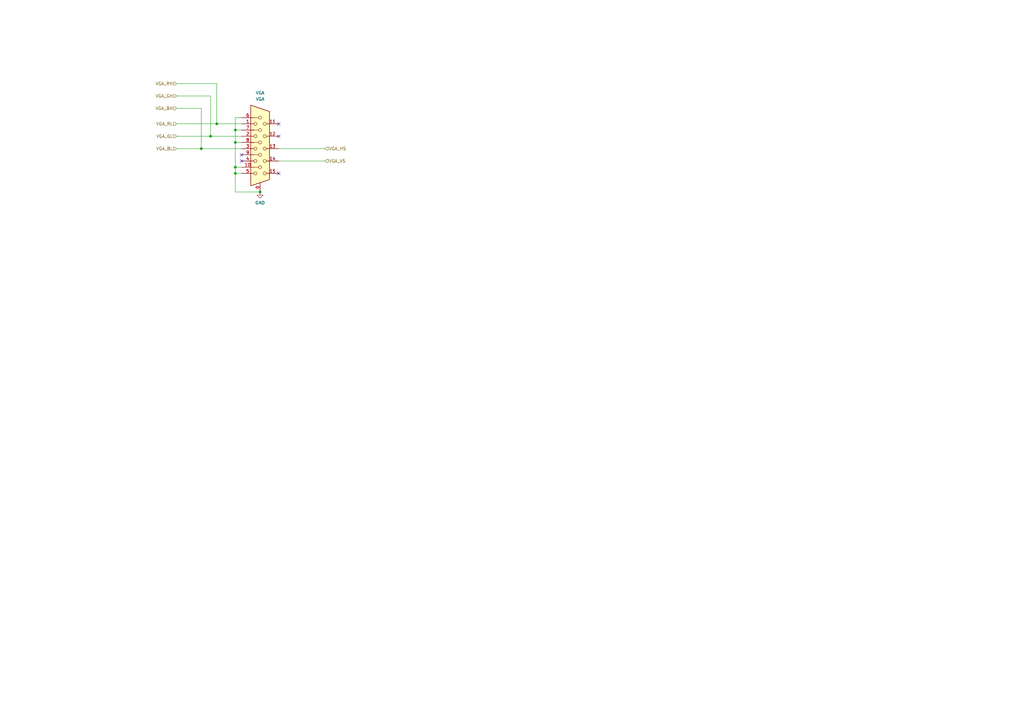
<source format=kicad_sch>
(kicad_sch (version 20231120) (generator "eeschema") (generator_version "8.0")
  (paper "A3")
  (title_block (title "HDMI to VGA Passive Adapter") (date "2024-12-29") (rev "2.0") (company "Mikhail Matveev"))
  (lib_symbols
    (symbol "Connector:DB15_Female_HighDensity_MountingHoles" (pin_names (offset 1.016) hide)
      (property "Reference" "J" (at 0 21.59 0))
      (property "Value" "DB15_Female_HighDensity_MountingHoles" (at 0 19.05 0))
      (symbol "DB15_Female_HighDensity_MountingHoles_0_1"
        (circle (center -1.905 -10.16) (radius 0.635))
        (circle (center -1.905 -5.08) (radius 0.635))
        (circle (center -1.905 0) (radius 0.635))
        (circle (center -1.905 5.08) (radius 0.635))
        (circle (center -1.905 10.16) (radius 0.635))
        (circle (center 0 -7.62) (radius 0.635))
        (circle (center 0 -2.54) (radius 0.635))
        (polyline (pts (xy -3.175 7.62) (xy -0.635 7.62)))
        (polyline (pts (xy -0.635 -7.62) (xy -3.175 -7.62)))
        (polyline (pts (xy -0.635 -2.54) (xy -3.175 -2.54)))
        (polyline (pts (xy -0.635 2.54) (xy -3.175 2.54)))
        (polyline (pts (xy -0.635 12.7) (xy -3.175 12.7)))
        (polyline (pts (xy -3.81 17.78) (xy -3.81 -15.24) (xy 3.81 -12.7) (xy 3.81 15.24) (xy -3.81 17.78)) (stroke (width 0.254)) (fill (type background)))
        (circle (center 0 2.54) (radius 0.635))
        (circle (center 0 7.62) (radius 0.635))
        (circle (center 0 12.7) (radius 0.635))
        (circle (center 1.905 -10.16) (radius 0.635))
        (circle (center 1.905 -5.08) (radius 0.635))
        (circle (center 1.905 0) (radius 0.635))
        (circle (center 1.905 5.08) (radius 0.635))
        (circle (center 1.905 10.16) (radius 0.635))
      )
      (symbol "DB15_Female_HighDensity_MountingHoles_1_1"
        (pin passive line (at 0 -17.78 90) (length 3.81) (name "~") (number "0"))
        (pin passive line (at -7.62 10.16 0) (length 5.08) (name "~") (number "1"))
        (pin passive line (at -7.62 -7.62 0) (length 5.08) (name "~") (number "10"))
        (pin passive line (at 7.62 10.16 180) (length 5.08) (name "~") (number "11"))
        (pin passive line (at 7.62 5.08 180) (length 5.08) (name "~") (number "12"))
        (pin passive line (at 7.62 0 180) (length 5.08) (name "~") (number "13"))
        (pin passive line (at 7.62 -5.08 180) (length 5.08) (name "~") (number "14"))
        (pin passive line (at 7.62 -10.16 180) (length 5.08) (name "~") (number "15"))
        (pin passive line (at -7.62 5.08 0) (length 5.08) (name "~") (number "2"))
        (pin passive line (at -7.62 0 0) (length 5.08) (name "~") (number "3"))
        (pin passive line (at -7.62 -5.08 0) (length 5.08) (name "~") (number "4"))
        (pin passive line (at -7.62 -10.16 0) (length 5.08) (name "~") (number "5"))
        (pin passive line (at -7.62 12.7 0) (length 5.08) (name "~") (number "6"))
        (pin passive line (at -7.62 7.62 0) (length 5.08) (name "~") (number "7"))
        (pin passive line (at -7.62 2.54 0) (length 5.08) (name "~") (number "8"))
        (pin passive line (at -7.62 -2.54 0) (length 5.08) (name "~") (number "9"))
      )
    )
    (symbol "power:GND" (power) (pin_names (offset 0))
      (property "Value" "GND" (at 0 -3.81 0))
      (symbol "GND_0_1"
        (polyline (pts (xy 0 0) (xy 0 -1.27) (xy 1.27 -1.27) (xy 0 -2.54) (xy -1.27 -1.27) (xy 0 -1.27)))
      )
      (symbol "GND_1_1"
        (pin power_in line (at 0 0 270) (length 0) hide (name "GND") (number "1"))
      )
    )
  )
  (junction (at 96.52 58.42))
  (junction (at 82.55 60.96))
  (junction (at 96.52 68.58))
  (junction (at 88.9 50.8))
  (junction (at 106.68 78.74))
  (junction (at 96.52 53.34))
  (junction (at 96.52 71.12))
  (junction (at 86.36 55.88))
  (no_connect (at 114.3 71.12))
  (no_connect (at 99.06 66.04))
  (no_connect (at 114.3 50.8))
  (no_connect (at 114.3 55.88))
  (no_connect (at 99.06 63.5))
  (wire (pts (xy 96.52 68.58) (xy 99.06 68.58)))
  (wire (pts (xy 96.52 71.12) (xy 96.52 68.58)))
  (wire (pts (xy 96.52 71.12) (xy 99.06 71.12)))
  (wire (pts (xy 114.3 66.04) (xy 133.35 66.04)))
  (wire (pts (xy 86.36 55.88) (xy 99.06 55.88)))
  (wire (pts (xy 96.52 48.26) (xy 99.06 48.26)))
  (wire (pts (xy 114.3 60.96) (xy 133.35 60.96)))
  (wire (pts (xy 86.36 39.37) (xy 86.36 55.88)))
  (wire (pts (xy 72.39 55.88) (xy 86.36 55.88)))
  (wire (pts (xy 96.52 68.58) (xy 96.52 58.42)))
  (wire (pts (xy 72.39 34.29) (xy 88.9 34.29)))
  (wire (pts (xy 72.39 39.37) (xy 86.36 39.37)))
  (wire (pts (xy 96.52 53.34) (xy 99.06 53.34)))
  (wire (pts (xy 82.55 44.45) (xy 82.55 60.96)))
  (wire (pts (xy 88.9 34.29) (xy 88.9 50.8)))
  (wire (pts (xy 72.39 60.96) (xy 82.55 60.96)))
  (wire (pts (xy 96.52 78.74) (xy 96.52 71.12)))
  (wire (pts (xy 82.55 60.96) (xy 99.06 60.96)))
  (wire (pts (xy 96.52 53.34) (xy 96.52 48.26)))
  (wire (pts (xy 96.52 58.42) (xy 99.06 58.42)))
  (wire (pts (xy 106.68 78.74) (xy 96.52 78.74)))
  (wire (pts (xy 96.52 58.42) (xy 96.52 53.34)))
  (wire (pts (xy 88.9 50.8) (xy 99.06 50.8)))
  (wire (pts (xy 72.39 44.45) (xy 82.55 44.45)))
  (wire (pts (xy 72.39 50.8) (xy 88.9 50.8)))
  (hierarchical_label "VGA_RH" (shape input) (at 72.39 34.29 180))
  (hierarchical_label "VGA_VS" (shape input) (at 133.35 66.04 0))
  (hierarchical_label "VGA_GH" (shape input) (at 72.39 39.37 180))
  (hierarchical_label "VGA_HS" (shape input) (at 133.35 60.96 0))
  (hierarchical_label "VGA_GL" (shape input) (at 72.39 55.88 180))
  (hierarchical_label "VGA_BL" (shape input) (at 72.39 60.96 180))
  (hierarchical_label "VGA_RL" (shape input) (at 72.39 50.8 180))
  (hierarchical_label "VGA_BH" (shape input) (at 72.39 44.45 180))
  (symbol (lib_id "Connector:DB15_Female_HighDensity_MountingHoles") (at 106.68 60.96 0) (unit 1)
    (property "Reference" "VGA" (at 106.68 38.1 0))
    (property "Value" "VGA" (at 106.68 40.64 0))
    (property "Footprint" "LIBS:Medved_DSUB-15-HD_Female_Horizontal" (effects (hide yes)))
    (instances (project "CMZJ2" (path "" (reference "VGA") (unit 1))) (project "CMZJ2" (path "" (reference "VGA1") (unit 1))))
  )
  (symbol (lib_id "power:GND") (at 106.68 78.74 0) (unit 1)
    (property "Reference" "#PWR036" (effects (hide yes)))
    (property "Value" "GND" (at 106.68 83.1834 0))
    (instances (project "CMZJ2" (path "" (reference "#PWR036") (unit 1))) (project "CMZJ2" (path "" (reference "#PWR03") (unit 1))))
  )
)
</source>
